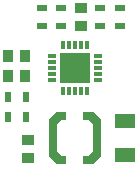
<source format=gtp>
G04*
G04 #@! TF.GenerationSoftware,Altium Limited,Altium Designer,18.1.9 (240)*
G04*
G04 Layer_Color=8421504*
%FSLAX25Y25*%
%MOIN*%
G70*
G01*
G75*
%ADD14R,0.03543X0.02362*%
%ADD15R,0.02362X0.03543*%
%ADD16R,0.03937X0.03347*%
%ADD17R,0.03347X0.03937*%
G04:AMPARAMS|DCode=18|XSize=30.96mil|YSize=35.52mil|CornerRadius=0.16mil|HoleSize=0mil|Usage=FLASHONLY|Rotation=225.000|XOffset=0mil|YOffset=0mil|HoleType=Round|Shape=RoundedRectangle|*
%AMROUNDEDRECTD18*
21,1,0.03096,0.03521,0,0,225.0*
21,1,0.03065,0.03552,0,0,225.0*
1,1,0.00031,-0.02329,0.00161*
1,1,0.00031,-0.00161,0.02329*
1,1,0.00031,0.02329,-0.00161*
1,1,0.00031,0.00161,-0.02329*
%
%ADD18ROUNDEDRECTD18*%
G04:AMPARAMS|DCode=19|XSize=31.97mil|YSize=27.56mil|CornerRadius=0.14mil|HoleSize=0mil|Usage=FLASHONLY|Rotation=0.000|XOffset=0mil|YOffset=0mil|HoleType=Round|Shape=RoundedRectangle|*
%AMROUNDEDRECTD19*
21,1,0.03197,0.02728,0,0,0.0*
21,1,0.03169,0.02756,0,0,0.0*
1,1,0.00028,0.01585,-0.01364*
1,1,0.00028,-0.01585,-0.01364*
1,1,0.00028,-0.01585,0.01364*
1,1,0.00028,0.01585,0.01364*
%
%ADD19ROUNDEDRECTD19*%
G04:AMPARAMS|DCode=20|XSize=122.99mil|YSize=27.56mil|CornerRadius=0.14mil|HoleSize=0mil|Usage=FLASHONLY|Rotation=90.000|XOffset=0mil|YOffset=0mil|HoleType=Round|Shape=RoundedRectangle|*
%AMROUNDEDRECTD20*
21,1,0.12299,0.02728,0,0,90.0*
21,1,0.12272,0.02756,0,0,90.0*
1,1,0.00028,0.01364,0.06136*
1,1,0.00028,0.01364,-0.06136*
1,1,0.00028,-0.01364,-0.06136*
1,1,0.00028,-0.01364,0.06136*
%
%ADD20ROUNDEDRECTD20*%
G04:AMPARAMS|DCode=21|XSize=30.96mil|YSize=35.52mil|CornerRadius=0.16mil|HoleSize=0mil|Usage=FLASHONLY|Rotation=135.000|XOffset=0mil|YOffset=0mil|HoleType=Round|Shape=RoundedRectangle|*
%AMROUNDEDRECTD21*
21,1,0.03096,0.03521,0,0,135.0*
21,1,0.03065,0.03552,0,0,135.0*
1,1,0.00031,0.00161,0.02329*
1,1,0.00031,0.02329,0.00161*
1,1,0.00031,-0.00161,-0.02329*
1,1,0.00031,-0.02329,-0.00161*
%
%ADD21ROUNDEDRECTD21*%
%ADD22R,0.09843X0.09843*%
%ADD23R,0.01181X0.02874*%
%ADD24R,0.02874X0.01181*%
%ADD25R,0.07087X0.05118*%
D14*
X36012Y48720D02*
D03*
Y54626D02*
D03*
X49212Y48720D02*
D03*
Y54626D02*
D03*
X55708Y48720D02*
D03*
Y54626D02*
D03*
X29626D02*
D03*
Y48720D02*
D03*
D15*
X24311Y24975D02*
D03*
X18405D02*
D03*
X24311Y18209D02*
D03*
X18405D02*
D03*
D16*
X42618Y54527D02*
D03*
Y48819D02*
D03*
X24901Y4823D02*
D03*
Y10531D02*
D03*
D17*
X18504Y38705D02*
D03*
X24212D02*
D03*
Y31938D02*
D03*
X18504D02*
D03*
D18*
X34338Y5106D02*
D03*
X46960Y17728D02*
D03*
D19*
X36098Y4134D02*
D03*
Y18701D02*
D03*
X45201D02*
D03*
Y4134D02*
D03*
D20*
X33366Y11417D02*
D03*
X47933D02*
D03*
D21*
X34338Y17728D02*
D03*
X46960Y5106D02*
D03*
D22*
X40649Y34768D02*
D03*
D23*
X36712Y42504D02*
D03*
X38681D02*
D03*
X40649D02*
D03*
X42618D02*
D03*
X44586D02*
D03*
Y27031D02*
D03*
X42618D02*
D03*
X40649D02*
D03*
X38681D02*
D03*
X36712D02*
D03*
D24*
X48386Y38705D02*
D03*
Y36736D02*
D03*
Y34768D02*
D03*
Y32799D02*
D03*
Y30831D02*
D03*
X32913D02*
D03*
Y32799D02*
D03*
Y34768D02*
D03*
Y36736D02*
D03*
Y38705D02*
D03*
D25*
X57480Y5708D02*
D03*
Y17126D02*
D03*
M02*

</source>
